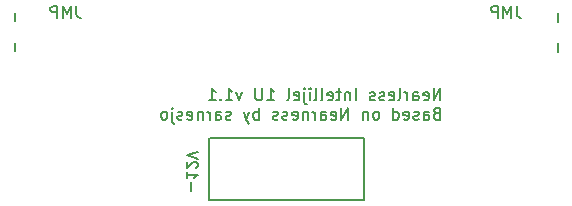
<source format=gbo>
G04 #@! TF.GenerationSoftware,KiCad,Pcbnew,(5.1.8)-1*
G04 #@! TF.CreationDate,2021-08-08T18:19:28-04:00*
G04 #@! TF.ProjectId,nearless_back_pcb,6e656172-6c65-4737-935f-6261636b5f70,rev?*
G04 #@! TF.SameCoordinates,Original*
G04 #@! TF.FileFunction,Legend,Bot*
G04 #@! TF.FilePolarity,Positive*
%FSLAX46Y46*%
G04 Gerber Fmt 4.6, Leading zero omitted, Abs format (unit mm)*
G04 Created by KiCad (PCBNEW (5.1.8)-1) date 2021-08-08 18:19:28*
%MOMM*%
%LPD*%
G01*
G04 APERTURE LIST*
%ADD10C,0.150000*%
%ADD11C,1.727200*%
G04 APERTURE END LIST*
D10*
X104728571Y-42752380D02*
X104728571Y-43466666D01*
X104776190Y-43609523D01*
X104871428Y-43704761D01*
X105014285Y-43752380D01*
X105109523Y-43752380D01*
X104252380Y-43752380D02*
X104252380Y-42752380D01*
X103919047Y-43466666D01*
X103585714Y-42752380D01*
X103585714Y-43752380D01*
X103109523Y-43752380D02*
X103109523Y-42752380D01*
X102728571Y-42752380D01*
X102633333Y-42800000D01*
X102585714Y-42847619D01*
X102538095Y-42942857D01*
X102538095Y-43085714D01*
X102585714Y-43180952D01*
X102633333Y-43228571D01*
X102728571Y-43276190D01*
X103109523Y-43276190D01*
X99500000Y-45850000D02*
X99500000Y-46700000D01*
X145500000Y-45900000D02*
X145500000Y-46750000D01*
X145500000Y-43350000D02*
X145500000Y-44200000D01*
X99500000Y-43350000D02*
X99500000Y-44100000D01*
X116000000Y-59200000D02*
X116000000Y-53950000D01*
X129050000Y-59200000D02*
X116000000Y-59200000D01*
X129050000Y-53950000D02*
X129050000Y-59200000D01*
X116050000Y-53950000D02*
X129050000Y-53950000D01*
X142028571Y-42752380D02*
X142028571Y-43466666D01*
X142076190Y-43609523D01*
X142171428Y-43704761D01*
X142314285Y-43752380D01*
X142409523Y-43752380D01*
X141552380Y-43752380D02*
X141552380Y-42752380D01*
X141219047Y-43466666D01*
X140885714Y-42752380D01*
X140885714Y-43752380D01*
X140409523Y-43752380D02*
X140409523Y-42752380D01*
X140028571Y-42752380D01*
X139933333Y-42800000D01*
X139885714Y-42847619D01*
X139838095Y-42942857D01*
X139838095Y-43085714D01*
X139885714Y-43180952D01*
X139933333Y-43228571D01*
X140028571Y-43276190D01*
X140409523Y-43276190D01*
X135564404Y-50727380D02*
X135564404Y-49727380D01*
X134992976Y-50727380D01*
X134992976Y-49727380D01*
X134135833Y-50679761D02*
X134231071Y-50727380D01*
X134421547Y-50727380D01*
X134516785Y-50679761D01*
X134564404Y-50584523D01*
X134564404Y-50203571D01*
X134516785Y-50108333D01*
X134421547Y-50060714D01*
X134231071Y-50060714D01*
X134135833Y-50108333D01*
X134088214Y-50203571D01*
X134088214Y-50298809D01*
X134564404Y-50394047D01*
X133231071Y-50727380D02*
X133231071Y-50203571D01*
X133278690Y-50108333D01*
X133373928Y-50060714D01*
X133564404Y-50060714D01*
X133659642Y-50108333D01*
X133231071Y-50679761D02*
X133326309Y-50727380D01*
X133564404Y-50727380D01*
X133659642Y-50679761D01*
X133707261Y-50584523D01*
X133707261Y-50489285D01*
X133659642Y-50394047D01*
X133564404Y-50346428D01*
X133326309Y-50346428D01*
X133231071Y-50298809D01*
X132754880Y-50727380D02*
X132754880Y-50060714D01*
X132754880Y-50251190D02*
X132707261Y-50155952D01*
X132659642Y-50108333D01*
X132564404Y-50060714D01*
X132469166Y-50060714D01*
X131992976Y-50727380D02*
X132088214Y-50679761D01*
X132135833Y-50584523D01*
X132135833Y-49727380D01*
X131231071Y-50679761D02*
X131326309Y-50727380D01*
X131516785Y-50727380D01*
X131612023Y-50679761D01*
X131659642Y-50584523D01*
X131659642Y-50203571D01*
X131612023Y-50108333D01*
X131516785Y-50060714D01*
X131326309Y-50060714D01*
X131231071Y-50108333D01*
X131183452Y-50203571D01*
X131183452Y-50298809D01*
X131659642Y-50394047D01*
X130802500Y-50679761D02*
X130707261Y-50727380D01*
X130516785Y-50727380D01*
X130421547Y-50679761D01*
X130373928Y-50584523D01*
X130373928Y-50536904D01*
X130421547Y-50441666D01*
X130516785Y-50394047D01*
X130659642Y-50394047D01*
X130754880Y-50346428D01*
X130802500Y-50251190D01*
X130802500Y-50203571D01*
X130754880Y-50108333D01*
X130659642Y-50060714D01*
X130516785Y-50060714D01*
X130421547Y-50108333D01*
X129992976Y-50679761D02*
X129897738Y-50727380D01*
X129707261Y-50727380D01*
X129612023Y-50679761D01*
X129564404Y-50584523D01*
X129564404Y-50536904D01*
X129612023Y-50441666D01*
X129707261Y-50394047D01*
X129850119Y-50394047D01*
X129945357Y-50346428D01*
X129992976Y-50251190D01*
X129992976Y-50203571D01*
X129945357Y-50108333D01*
X129850119Y-50060714D01*
X129707261Y-50060714D01*
X129612023Y-50108333D01*
X128373928Y-50727380D02*
X128373928Y-49727380D01*
X127897738Y-50060714D02*
X127897738Y-50727380D01*
X127897738Y-50155952D02*
X127850119Y-50108333D01*
X127754880Y-50060714D01*
X127612023Y-50060714D01*
X127516785Y-50108333D01*
X127469166Y-50203571D01*
X127469166Y-50727380D01*
X127135833Y-50060714D02*
X126754880Y-50060714D01*
X126992976Y-49727380D02*
X126992976Y-50584523D01*
X126945357Y-50679761D01*
X126850119Y-50727380D01*
X126754880Y-50727380D01*
X126040595Y-50679761D02*
X126135833Y-50727380D01*
X126326309Y-50727380D01*
X126421547Y-50679761D01*
X126469166Y-50584523D01*
X126469166Y-50203571D01*
X126421547Y-50108333D01*
X126326309Y-50060714D01*
X126135833Y-50060714D01*
X126040595Y-50108333D01*
X125992976Y-50203571D01*
X125992976Y-50298809D01*
X126469166Y-50394047D01*
X125421547Y-50727380D02*
X125516785Y-50679761D01*
X125564404Y-50584523D01*
X125564404Y-49727380D01*
X124897738Y-50727380D02*
X124992976Y-50679761D01*
X125040595Y-50584523D01*
X125040595Y-49727380D01*
X124516785Y-50727380D02*
X124516785Y-50060714D01*
X124516785Y-49727380D02*
X124564404Y-49775000D01*
X124516785Y-49822619D01*
X124469166Y-49775000D01*
X124516785Y-49727380D01*
X124516785Y-49822619D01*
X124040595Y-50060714D02*
X124040595Y-50917857D01*
X124088214Y-51013095D01*
X124183452Y-51060714D01*
X124231071Y-51060714D01*
X124040595Y-49727380D02*
X124088214Y-49775000D01*
X124040595Y-49822619D01*
X123992976Y-49775000D01*
X124040595Y-49727380D01*
X124040595Y-49822619D01*
X123183452Y-50679761D02*
X123278690Y-50727380D01*
X123469166Y-50727380D01*
X123564404Y-50679761D01*
X123612023Y-50584523D01*
X123612023Y-50203571D01*
X123564404Y-50108333D01*
X123469166Y-50060714D01*
X123278690Y-50060714D01*
X123183452Y-50108333D01*
X123135833Y-50203571D01*
X123135833Y-50298809D01*
X123612023Y-50394047D01*
X122564404Y-50727380D02*
X122659642Y-50679761D01*
X122707261Y-50584523D01*
X122707261Y-49727380D01*
X120897738Y-50727380D02*
X121469166Y-50727380D01*
X121183452Y-50727380D02*
X121183452Y-49727380D01*
X121278690Y-49870238D01*
X121373928Y-49965476D01*
X121469166Y-50013095D01*
X120469166Y-49727380D02*
X120469166Y-50536904D01*
X120421547Y-50632142D01*
X120373928Y-50679761D01*
X120278690Y-50727380D01*
X120088214Y-50727380D01*
X119992976Y-50679761D01*
X119945357Y-50632142D01*
X119897738Y-50536904D01*
X119897738Y-49727380D01*
X118754880Y-50060714D02*
X118516785Y-50727380D01*
X118278690Y-50060714D01*
X117373928Y-50727380D02*
X117945357Y-50727380D01*
X117659642Y-50727380D02*
X117659642Y-49727380D01*
X117754880Y-49870238D01*
X117850119Y-49965476D01*
X117945357Y-50013095D01*
X116945357Y-50632142D02*
X116897738Y-50679761D01*
X116945357Y-50727380D01*
X116992976Y-50679761D01*
X116945357Y-50632142D01*
X116945357Y-50727380D01*
X115945357Y-50727380D02*
X116516785Y-50727380D01*
X116231071Y-50727380D02*
X116231071Y-49727380D01*
X116326309Y-49870238D01*
X116421547Y-49965476D01*
X116516785Y-50013095D01*
X135231071Y-51853571D02*
X135088214Y-51901190D01*
X135040595Y-51948809D01*
X134992976Y-52044047D01*
X134992976Y-52186904D01*
X135040595Y-52282142D01*
X135088214Y-52329761D01*
X135183452Y-52377380D01*
X135564404Y-52377380D01*
X135564404Y-51377380D01*
X135231071Y-51377380D01*
X135135833Y-51425000D01*
X135088214Y-51472619D01*
X135040595Y-51567857D01*
X135040595Y-51663095D01*
X135088214Y-51758333D01*
X135135833Y-51805952D01*
X135231071Y-51853571D01*
X135564404Y-51853571D01*
X134135833Y-52377380D02*
X134135833Y-51853571D01*
X134183452Y-51758333D01*
X134278690Y-51710714D01*
X134469166Y-51710714D01*
X134564404Y-51758333D01*
X134135833Y-52329761D02*
X134231071Y-52377380D01*
X134469166Y-52377380D01*
X134564404Y-52329761D01*
X134612023Y-52234523D01*
X134612023Y-52139285D01*
X134564404Y-52044047D01*
X134469166Y-51996428D01*
X134231071Y-51996428D01*
X134135833Y-51948809D01*
X133707261Y-52329761D02*
X133612023Y-52377380D01*
X133421547Y-52377380D01*
X133326309Y-52329761D01*
X133278690Y-52234523D01*
X133278690Y-52186904D01*
X133326309Y-52091666D01*
X133421547Y-52044047D01*
X133564404Y-52044047D01*
X133659642Y-51996428D01*
X133707261Y-51901190D01*
X133707261Y-51853571D01*
X133659642Y-51758333D01*
X133564404Y-51710714D01*
X133421547Y-51710714D01*
X133326309Y-51758333D01*
X132469166Y-52329761D02*
X132564404Y-52377380D01*
X132754880Y-52377380D01*
X132850119Y-52329761D01*
X132897738Y-52234523D01*
X132897738Y-51853571D01*
X132850119Y-51758333D01*
X132754880Y-51710714D01*
X132564404Y-51710714D01*
X132469166Y-51758333D01*
X132421547Y-51853571D01*
X132421547Y-51948809D01*
X132897738Y-52044047D01*
X131564404Y-52377380D02*
X131564404Y-51377380D01*
X131564404Y-52329761D02*
X131659642Y-52377380D01*
X131850119Y-52377380D01*
X131945357Y-52329761D01*
X131992976Y-52282142D01*
X132040595Y-52186904D01*
X132040595Y-51901190D01*
X131992976Y-51805952D01*
X131945357Y-51758333D01*
X131850119Y-51710714D01*
X131659642Y-51710714D01*
X131564404Y-51758333D01*
X130183452Y-52377380D02*
X130278690Y-52329761D01*
X130326309Y-52282142D01*
X130373928Y-52186904D01*
X130373928Y-51901190D01*
X130326309Y-51805952D01*
X130278690Y-51758333D01*
X130183452Y-51710714D01*
X130040595Y-51710714D01*
X129945357Y-51758333D01*
X129897738Y-51805952D01*
X129850119Y-51901190D01*
X129850119Y-52186904D01*
X129897738Y-52282142D01*
X129945357Y-52329761D01*
X130040595Y-52377380D01*
X130183452Y-52377380D01*
X129421547Y-51710714D02*
X129421547Y-52377380D01*
X129421547Y-51805952D02*
X129373928Y-51758333D01*
X129278690Y-51710714D01*
X129135833Y-51710714D01*
X129040595Y-51758333D01*
X128992976Y-51853571D01*
X128992976Y-52377380D01*
X127754880Y-52377380D02*
X127754880Y-51377380D01*
X127183452Y-52377380D01*
X127183452Y-51377380D01*
X126326309Y-52329761D02*
X126421547Y-52377380D01*
X126612023Y-52377380D01*
X126707261Y-52329761D01*
X126754880Y-52234523D01*
X126754880Y-51853571D01*
X126707261Y-51758333D01*
X126612023Y-51710714D01*
X126421547Y-51710714D01*
X126326309Y-51758333D01*
X126278690Y-51853571D01*
X126278690Y-51948809D01*
X126754880Y-52044047D01*
X125421547Y-52377380D02*
X125421547Y-51853571D01*
X125469166Y-51758333D01*
X125564404Y-51710714D01*
X125754880Y-51710714D01*
X125850119Y-51758333D01*
X125421547Y-52329761D02*
X125516785Y-52377380D01*
X125754880Y-52377380D01*
X125850119Y-52329761D01*
X125897738Y-52234523D01*
X125897738Y-52139285D01*
X125850119Y-52044047D01*
X125754880Y-51996428D01*
X125516785Y-51996428D01*
X125421547Y-51948809D01*
X124945357Y-52377380D02*
X124945357Y-51710714D01*
X124945357Y-51901190D02*
X124897738Y-51805952D01*
X124850119Y-51758333D01*
X124754880Y-51710714D01*
X124659642Y-51710714D01*
X124326309Y-51710714D02*
X124326309Y-52377380D01*
X124326309Y-51805952D02*
X124278690Y-51758333D01*
X124183452Y-51710714D01*
X124040595Y-51710714D01*
X123945357Y-51758333D01*
X123897738Y-51853571D01*
X123897738Y-52377380D01*
X123040595Y-52329761D02*
X123135833Y-52377380D01*
X123326309Y-52377380D01*
X123421547Y-52329761D01*
X123469166Y-52234523D01*
X123469166Y-51853571D01*
X123421547Y-51758333D01*
X123326309Y-51710714D01*
X123135833Y-51710714D01*
X123040595Y-51758333D01*
X122992976Y-51853571D01*
X122992976Y-51948809D01*
X123469166Y-52044047D01*
X122612023Y-52329761D02*
X122516785Y-52377380D01*
X122326309Y-52377380D01*
X122231071Y-52329761D01*
X122183452Y-52234523D01*
X122183452Y-52186904D01*
X122231071Y-52091666D01*
X122326309Y-52044047D01*
X122469166Y-52044047D01*
X122564404Y-51996428D01*
X122612023Y-51901190D01*
X122612023Y-51853571D01*
X122564404Y-51758333D01*
X122469166Y-51710714D01*
X122326309Y-51710714D01*
X122231071Y-51758333D01*
X121802500Y-52329761D02*
X121707261Y-52377380D01*
X121516785Y-52377380D01*
X121421547Y-52329761D01*
X121373928Y-52234523D01*
X121373928Y-52186904D01*
X121421547Y-52091666D01*
X121516785Y-52044047D01*
X121659642Y-52044047D01*
X121754880Y-51996428D01*
X121802500Y-51901190D01*
X121802500Y-51853571D01*
X121754880Y-51758333D01*
X121659642Y-51710714D01*
X121516785Y-51710714D01*
X121421547Y-51758333D01*
X120183452Y-52377380D02*
X120183452Y-51377380D01*
X120183452Y-51758333D02*
X120088214Y-51710714D01*
X119897738Y-51710714D01*
X119802500Y-51758333D01*
X119754880Y-51805952D01*
X119707261Y-51901190D01*
X119707261Y-52186904D01*
X119754880Y-52282142D01*
X119802500Y-52329761D01*
X119897738Y-52377380D01*
X120088214Y-52377380D01*
X120183452Y-52329761D01*
X119373928Y-51710714D02*
X119135833Y-52377380D01*
X118897738Y-51710714D02*
X119135833Y-52377380D01*
X119231071Y-52615476D01*
X119278690Y-52663095D01*
X119373928Y-52710714D01*
X117802500Y-52329761D02*
X117707261Y-52377380D01*
X117516785Y-52377380D01*
X117421547Y-52329761D01*
X117373928Y-52234523D01*
X117373928Y-52186904D01*
X117421547Y-52091666D01*
X117516785Y-52044047D01*
X117659642Y-52044047D01*
X117754880Y-51996428D01*
X117802500Y-51901190D01*
X117802500Y-51853571D01*
X117754880Y-51758333D01*
X117659642Y-51710714D01*
X117516785Y-51710714D01*
X117421547Y-51758333D01*
X116516785Y-52377380D02*
X116516785Y-51853571D01*
X116564404Y-51758333D01*
X116659642Y-51710714D01*
X116850119Y-51710714D01*
X116945357Y-51758333D01*
X116516785Y-52329761D02*
X116612023Y-52377380D01*
X116850119Y-52377380D01*
X116945357Y-52329761D01*
X116992976Y-52234523D01*
X116992976Y-52139285D01*
X116945357Y-52044047D01*
X116850119Y-51996428D01*
X116612023Y-51996428D01*
X116516785Y-51948809D01*
X116040595Y-52377380D02*
X116040595Y-51710714D01*
X116040595Y-51901190D02*
X115992976Y-51805952D01*
X115945357Y-51758333D01*
X115850119Y-51710714D01*
X115754880Y-51710714D01*
X115421547Y-51710714D02*
X115421547Y-52377380D01*
X115421547Y-51805952D02*
X115373928Y-51758333D01*
X115278690Y-51710714D01*
X115135833Y-51710714D01*
X115040595Y-51758333D01*
X114992976Y-51853571D01*
X114992976Y-52377380D01*
X114135833Y-52329761D02*
X114231071Y-52377380D01*
X114421547Y-52377380D01*
X114516785Y-52329761D01*
X114564404Y-52234523D01*
X114564404Y-51853571D01*
X114516785Y-51758333D01*
X114421547Y-51710714D01*
X114231071Y-51710714D01*
X114135833Y-51758333D01*
X114088214Y-51853571D01*
X114088214Y-51948809D01*
X114564404Y-52044047D01*
X113707261Y-52329761D02*
X113612023Y-52377380D01*
X113421547Y-52377380D01*
X113326309Y-52329761D01*
X113278690Y-52234523D01*
X113278690Y-52186904D01*
X113326309Y-52091666D01*
X113421547Y-52044047D01*
X113564404Y-52044047D01*
X113659642Y-51996428D01*
X113707261Y-51901190D01*
X113707261Y-51853571D01*
X113659642Y-51758333D01*
X113564404Y-51710714D01*
X113421547Y-51710714D01*
X113326309Y-51758333D01*
X112850119Y-51710714D02*
X112850119Y-52567857D01*
X112897738Y-52663095D01*
X112992976Y-52710714D01*
X113040595Y-52710714D01*
X112850119Y-51377380D02*
X112897738Y-51425000D01*
X112850119Y-51472619D01*
X112802500Y-51425000D01*
X112850119Y-51377380D01*
X112850119Y-51472619D01*
X112231071Y-52377380D02*
X112326309Y-52329761D01*
X112373928Y-52282142D01*
X112421547Y-52186904D01*
X112421547Y-51901190D01*
X112373928Y-51805952D01*
X112326309Y-51758333D01*
X112231071Y-51710714D01*
X112088214Y-51710714D01*
X111992976Y-51758333D01*
X111945357Y-51805952D01*
X111897738Y-51901190D01*
X111897738Y-52186904D01*
X111945357Y-52282142D01*
X111992976Y-52329761D01*
X112088214Y-52377380D01*
X112231071Y-52377380D01*
X114435714Y-58385714D02*
X114435714Y-57700000D01*
X114092857Y-56800000D02*
X114092857Y-57314285D01*
X114092857Y-57057142D02*
X114992857Y-57057142D01*
X114864285Y-57142857D01*
X114778571Y-57228571D01*
X114735714Y-57314285D01*
X114907142Y-56457142D02*
X114950000Y-56414285D01*
X114992857Y-56328571D01*
X114992857Y-56114285D01*
X114950000Y-56028571D01*
X114907142Y-55985714D01*
X114821428Y-55942857D01*
X114735714Y-55942857D01*
X114607142Y-55985714D01*
X114092857Y-56500000D01*
X114092857Y-55942857D01*
X114992857Y-55685714D02*
X114092857Y-55385714D01*
X114992857Y-55085714D01*
%LPC*%
D11*
X117420000Y-57780000D03*
X117420000Y-55240000D03*
X119960000Y-57780000D03*
X119960000Y-55240000D03*
X122500000Y-57780000D03*
X122500000Y-55240000D03*
X125040000Y-57780000D03*
X125040000Y-55240000D03*
X127580000Y-57780000D03*
X127580000Y-55240000D03*
X99500000Y-59000000D03*
X99500000Y-56460000D03*
X99500000Y-53920000D03*
X145500000Y-53920000D03*
X145500000Y-56460000D03*
X145500000Y-59000000D03*
X145500000Y-47580000D03*
X145500000Y-45040000D03*
X145500000Y-42500000D03*
X99500000Y-47540000D03*
X99500000Y-45000000D03*
X99500000Y-42460000D03*
M02*

</source>
